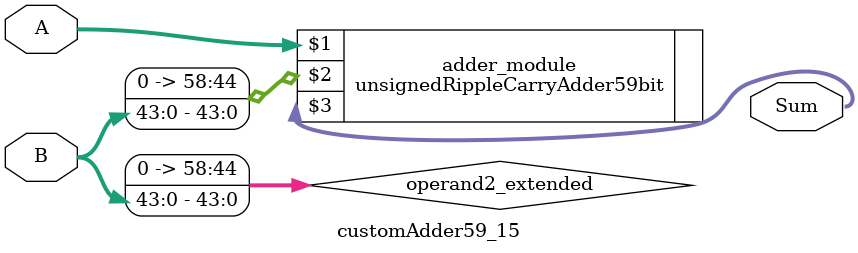
<source format=v>
module customAdder59_15(
                        input [58 : 0] A,
                        input [43 : 0] B,
                        
                        output [59 : 0] Sum
                );

        wire [58 : 0] operand2_extended;
        
        assign operand2_extended =  {15'b0, B};
        
        unsignedRippleCarryAdder59bit adder_module(
            A,
            operand2_extended,
            Sum
        );
        
        endmodule
        
</source>
